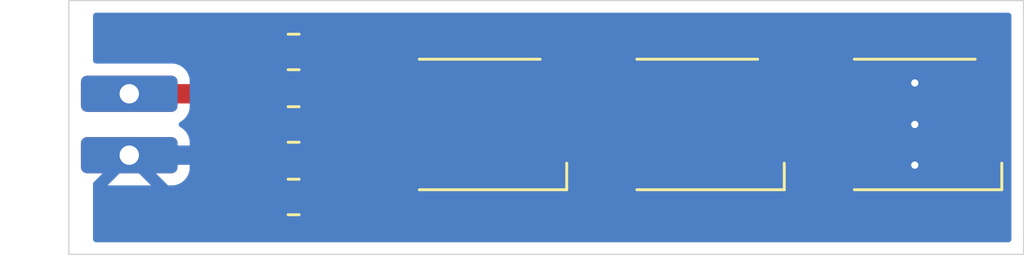
<source format=kicad_pcb>
(kicad_pcb (version 20240108) (generator "pcbnew") (generator_version "8.0")
  (layers (0 "F.Cu" signal) (31 "B.Cu" signal) (34 "B.Paste" user) (35 "F.Paste" user) (36 "B.SilkS" user "B.Silkscreen") (37 "F.SilkS" user "F.Silkscreen") (38 "B.Mask" user) (39 "F.Mask" user) (44 "Edge.Cuts" user))
  (net 0 "")
  (net 1 "Net-(D1-RK)")
  (net 2 "Net-(D1-GA)")
  (net 3 "Net-(D1-GK)")
  (net 4 "Net-(D1-BA)")
  (net 5 "Net-(D1-BK)")
  (net 6 "Net-(D1-RA)")
  (net 7 "Net-(D2-GK)")
  (net 8 "Net-(D2-RK)")
  (net 9 "Net-(D2-BK)")
  (net 10 "/GND")
  (net 11 "/9V")
  (footprint "Resistor_SMD:R_0805_2012Metric_Pad1.20x1.40mm_HandSolder" (layer "F.Cu") (at 59.3 58.125)
    (property "Reference" "R3" (hide yes))
    (property "Value" "22")
    (fp_line (start -0.227064 -0.735) (end 0.227064 -0.735) (stroke (width 0.12)) (layer "F.SilkS"))
    (fp_line (start -0.227064 0.735) (end 0.227064 0.735) (stroke (width 0.12)) (layer "F.SilkS"))
    (pad "1" smd roundrect (at -1 0) (size 1.2 1.4) (layers "F.Cu" "F.Paste" "F.Mask") (roundrect_rratio 0.208333) (net 11 "/9V"))
    (pad "2" smd roundrect (at 1 0) (size 1.2 1.4) (layers "F.Cu" "F.Paste" "F.Mask") (roundrect_rratio 0.208333) (net 6 "Net-(D1-RA)"))
  )
  (footprint "LED_SMD:LED_RGB_5050-6" (layer "F.Cu") (at 85 55.125 180)
    (property "Reference" "D3" (hide yes))
    (property "Value" "WHITE")
    (fp_line (start 2.5 2.7) (end -2.5 2.7) (stroke (width 0.12)) (layer "F.SilkS"))
    (fp_line (start -3.6 -1.6) (end -3.6 -2.7) (stroke (width 0.12)) (layer "F.SilkS"))
    (fp_line (start -3.6 -2.7) (end 2.5 -2.7) (stroke (width 0.12)) (layer "F.SilkS"))
    (pad "1" smd rect (at -2.4 -1.7 270) (size 1.1 2) (layers "F.Cu" "F.Paste" "F.Mask") (net 10 "/GND"))
    (pad "2" smd rect (at -2.4 0 270) (size 1.1 2) (layers "F.Cu" "F.Paste" "F.Mask") (net 10 "/GND"))
    (pad "3" smd rect (at -2.4 1.7 270) (size 1.1 2) (layers "F.Cu" "F.Paste" "F.Mask") (net 10 "/GND"))
    (pad "4" smd rect (at 2.4 1.7 270) (size 1.1 2) (layers "F.Cu" "F.Paste" "F.Mask") (net 9 "Net-(D2-BK)"))
    (pad "5" smd rect (at 2.4 0 270) (size 1.1 2) (layers "F.Cu" "F.Paste" "F.Mask") (net 7 "Net-(D2-GK)"))
    (pad "6" smd rect (at 2.4 -1.7 270) (size 1.1 2) (layers "F.Cu" "F.Paste" "F.Mask") (net 8 "Net-(D2-RK)"))
  )
  (footprint "Resistor_SMD:R_0805_2012Metric_Pad1.20x1.40mm_HandSolder" (layer "F.Cu") (at 59.3 55.125)
    (property "Reference" "R2" (hide yes))
    (property "Value" "22")
    (fp_line (start -0.227064 -0.735) (end 0.227064 -0.735) (stroke (width 0.12)) (layer "F.SilkS"))
    (fp_line (start -0.227064 0.735) (end 0.227064 0.735) (stroke (width 0.12)) (layer "F.SilkS"))
    (pad "1" smd roundrect (at -1 0) (size 1.2 1.4) (layers "F.Cu" "F.Paste" "F.Mask") (roundrect_rratio 0.208333) (net 11 "/9V"))
    (pad "2" smd roundrect (at 1 0) (size 1.2 1.4) (layers "F.Cu" "F.Paste" "F.Mask") (roundrect_rratio 0.208333) (net 2 "Net-(D1-GA)"))
  )
  (footprint "misc:sip_edge_2_no_slot" (layer "F.Cu") (at 50.5 55.125 -90)
    (property "Reference" "J5" (hide yes))
    (property "Value" "Conn_01x02")
    (pad "1" thru_hole roundrect (at -1.27 -2 270) (size 1.5 4) (drill 0.8) (layers "*.Cu" "*.Mask") (roundrect_rratio 0.1666666667) (net 11 "/9V"))
    (pad "2" thru_hole roundrect (at 1.27 -2 270) (size 1.5 4) (drill 0.8) (layers "*.Cu" "*.Mask") (roundrect_rratio 0.1666666667) (net 10 "/GND"))
  )
  (footprint "LED_SMD:LED_RGB_5050-6" (layer "F.Cu") (at 67 55.125 180)
    (property "Reference" "D1" (hide yes))
    (property "Value" "WHITE")
    (fp_line (start 2.5 2.7) (end -2.5 2.7) (stroke (width 0.12)) (layer "F.SilkS"))
    (fp_line (start -3.6 -1.6) (end -3.6 -2.7) (stroke (width 0.12)) (layer "F.SilkS"))
    (fp_line (start -3.6 -2.7) (end 2.5 -2.7) (stroke (width 0.12)) (layer "F.SilkS"))
    (pad "1" smd rect (at -2.4 -1.7 270) (size 1.1 2) (layers "F.Cu" "F.Paste" "F.Mask") (net 1 "Net-(D1-RK)"))
    (pad "2" smd rect (at -2.4 0 270) (size 1.1 2) (layers "F.Cu" "F.Paste" "F.Mask") (net 3 "Net-(D1-GK)"))
    (pad "3" smd rect (at -2.4 1.7 270) (size 1.1 2) (layers "F.Cu" "F.Paste" "F.Mask") (net 5 "Net-(D1-BK)"))
    (pad "4" smd rect (at 2.4 1.7 270) (size 1.1 2) (layers "F.Cu" "F.Paste" "F.Mask") (net 4 "Net-(D1-BA)"))
    (pad "5" smd rect (at 2.4 0 270) (size 1.1 2) (layers "F.Cu" "F.Paste" "F.Mask") (net 2 "Net-(D1-GA)"))
    (pad "6" smd rect (at 2.4 -1.7 270) (size 1.1 2) (layers "F.Cu" "F.Paste" "F.Mask") (net 6 "Net-(D1-RA)"))
  )
  (footprint "Resistor_SMD:R_0805_2012Metric_Pad1.20x1.40mm_HandSolder" (layer "F.Cu") (at 59.3 52.125)
    (property "Reference" "R1" (hide yes))
    (property "Value" "22")
    (fp_line (start -0.227064 -0.735) (end 0.227064 -0.735) (stroke (width 0.12)) (layer "F.SilkS"))
    (fp_line (start -0.227064 0.735) (end 0.227064 0.735) (stroke (width 0.12)) (layer "F.SilkS"))
    (pad "1" smd roundrect (at -1 0) (size 1.2 1.4) (layers "F.Cu" "F.Paste" "F.Mask") (roundrect_rratio 0.208333) (net 11 "/9V"))
    (pad "2" smd roundrect (at 1 0) (size 1.2 1.4) (layers "F.Cu" "F.Paste" "F.Mask") (roundrect_rratio 0.208333) (net 4 "Net-(D1-BA)"))
  )
  (footprint "LED_SMD:LED_RGB_5050-6" (layer "F.Cu") (at 76 55.125 180)
    (property "Reference" "D2" (hide yes))
    (property "Value" "WHITE")
    (fp_line (start 2.5 2.7) (end -2.5 2.7) (stroke (width 0.12)) (layer "F.SilkS"))
    (fp_line (start -3.6 -1.6) (end -3.6 -2.7) (stroke (width 0.12)) (layer "F.SilkS"))
    (fp_line (start -3.6 -2.7) (end 2.5 -2.7) (stroke (width 0.12)) (layer "F.SilkS"))
    (pad "1" smd rect (at -2.4 -1.7 270) (size 1.1 2) (layers "F.Cu" "F.Paste" "F.Mask") (net 8 "Net-(D2-RK)"))
    (pad "2" smd rect (at -2.4 0 270) (size 1.1 2) (layers "F.Cu" "F.Paste" "F.Mask") (net 7 "Net-(D2-GK)"))
    (pad "3" smd rect (at -2.4 1.7 270) (size 1.1 2) (layers "F.Cu" "F.Paste" "F.Mask") (net 9 "Net-(D2-BK)"))
    (pad "4" smd rect (at 2.4 1.7 270) (size 1.1 2) (layers "F.Cu" "F.Paste" "F.Mask") (net 5 "Net-(D1-BK)"))
    (pad "5" smd rect (at 2.4 0 270) (size 1.1 2) (layers "F.Cu" "F.Paste" "F.Mask") (net 3 "Net-(D1-GK)"))
    (pad "6" smd rect (at 2.4 -1.7 270) (size 1.1 2) (layers "F.Cu" "F.Paste" "F.Mask") (net 1 "Net-(D1-RK)"))
  )
  (gr_rect (start 50 50) (end 89.5 60.5) (stroke (width 0.05)) (fill none) (layer "Edge.Cuts"))
  (segment (start 69.4 56.825) (end 73.6 56.825) (width 0.8) (layer "F.Cu") (net 1))
  (segment (start 60.3 55.125) (end 64.6 55.125) (width 0.8) (layer "F.Cu") (net 2))
  (segment (start 73.6 55.125) (end 69.4 55.125) (width 0.8) (layer "F.Cu") (net 3))
  (segment (start 60.3 52.125) (end 63.3 52.125) (width 0.8) (layer "F.Cu") (net 4))
  (segment (start 63.3 52.125) (end 64.6 53.425) (width 0.8) (layer "F.Cu") (net 4))
  (segment (start 69.4 53.425) (end 73.6 53.425) (width 0.8) (layer "F.Cu") (net 5))
  (segment (start 60.3 58.125) (end 63.3 58.125) (width 0.8) (layer "F.Cu") (net 6))
  (segment (start 63.3 58.125) (end 64.6 56.825) (width 0.8) (layer "F.Cu") (net 6))
  (segment (start 82.6 55.125) (end 78.4 55.125) (width 0.8) (layer "F.Cu") (net 7))
  (segment (start 78.4 56.825) (end 82.6 56.825) (width 0.8) (layer "F.Cu") (net 8))
  (segment (start 78.4 53.425) (end 82.6 53.425) (width 0.8) (layer "F.Cu") (net 9))
  (segment (start 87.48 56.8075) (end 85 56.8075) (width 0.8) (layer "F.Cu") (net 10))
  (segment (start 87.45 53.4075) (end 85.055 53.4075) (width 0.8) (layer "F.Cu") (net 10))
  (segment (start 87.4 53.425) (end 87.4 55.125) (width 0.8) (layer "F.Cu") (net 10))
  (segment (start 85.055 53.4075) (end 85.05 53.4125) (width 0.8) (layer "F.Cu") (net 10))
  (segment (start 87.4 55.125) (end 87.4 56.825) (width 0.8) (layer "F.Cu") (net 10))
  (segment (start 87.4 55.125) (end 85 55.13) (width 0.8) (layer "F.Cu") (net 10))
  (via (at 85 56.8075) (size 0.6) (drill 0.3) (layers "F.Cu" "B.Cu") (net 10))
  (via (at 85 55.125) (size 0.6) (drill 0.3) (layers "F.Cu" "B.Cu") (net 10))
  (via (at 85 53.4075) (size 0.6) (drill 0.3) (layers "F.Cu" "B.Cu") (net 10))
  (segment (start 85 55.125) (end 85 56.7275) (width 0.2) (layer "B.Cu") (net 10))
  (segment (start 52.5 56.395) (end 83.73 56.395) (width 0.8) (layer "B.Cu") (net 10))
  (segment (start 85.05 53.4075) (end 85.05 55.075) (width 0.2) (layer "B.Cu") (net 10))
  (segment (start 83.73 56.395) (end 85 55.125) (width 0.8) (layer "B.Cu") (net 10))
  (segment (start 85 56.7275) (end 85.08 56.8075) (width 0.2) (layer "B.Cu") (net 10))
  (segment (start 85.05 55.075) (end 85 55.125) (width 0.2) (layer "B.Cu") (net 10))
  (segment (start 58.3 55.125) (end 58.3 52.125) (width 0.8) (layer "F.Cu") (net 11))
  (segment (start 58.3 55.125) (end 58.3 58.125) (width 0.8) (layer "F.Cu") (net 11))
  (segment (start 57.03 53.855) (end 58.3 55.125) (width 0.8) (layer "F.Cu") (net 11))
  (segment (start 52.5 53.855) (end 57.03 53.855) (width 0.8) (layer "F.Cu") (net 11))
  (zone (net 10) (net_name "/GND") (layer "B.Cu") (priority 3) (connect_pads (clearance 0.5)) (min_thickness 0.25) (fill yes (thermal_gap 0.5) (thermal_bridge_width 0.5))
    (polygon (pts (xy 51 50.5) (xy 51 60) (xy 89 60) (xy 89 50.5)))
  )
)
</source>
